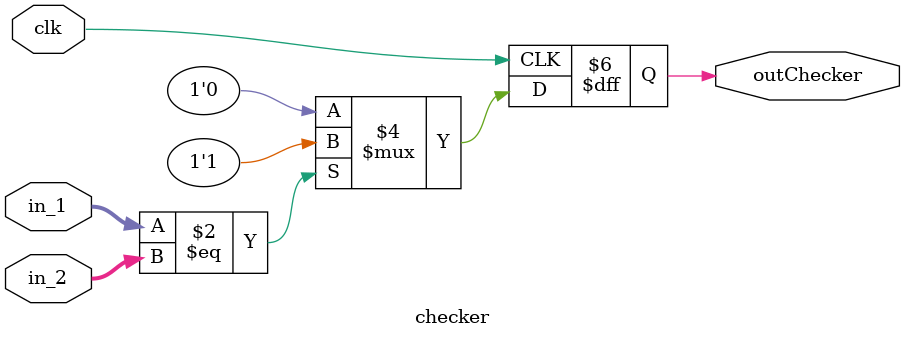
<source format=v>
module checker (
    output reg outChecker,
    input [1:0] in_1,
    input [1:0] in_2,
    input clk);

    always @ (posedge clk) 
        begin
            if (in_1[1:0] == in_2[1:0])
                outChecker <= 1;
            else
                outChecker <= 0;
        end
endmodule
</source>
